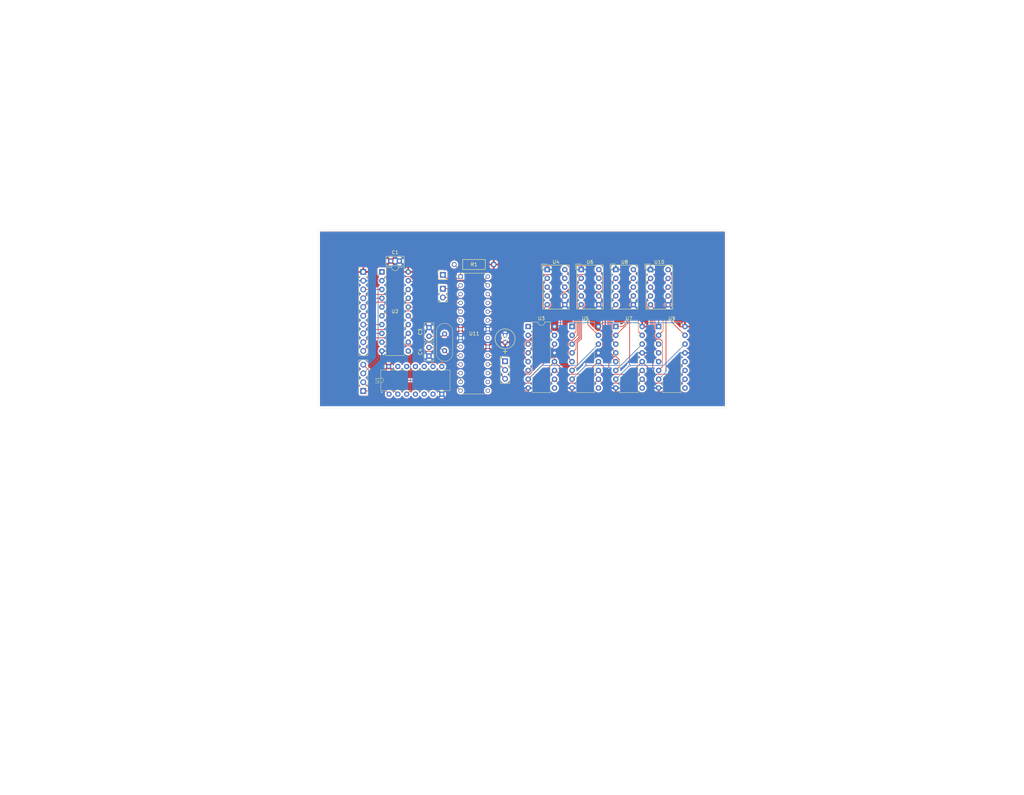
<source format=kicad_pcb>
(kicad_pcb (version 20240108) (generator "pcbnew") (generator_version "8.0")
  (layers (0 "F.Cu" signal) (31 "B.Cu" signal) (34 "B.Paste" user) (35 "F.Paste" user) (36 "B.SilkS" user "B.Silkscreen") (37 "F.SilkS" user "F.Silkscreen") (38 "B.Mask" user) (39 "F.Mask" user) (44 "Edge.Cuts" user))
  (net 0 "")
  (net 1 "GND")
  (net 2 "+5V")
  (net 3 "/MCU/XTAL1")
  (net 4 "/MCU/XTAL2")
  (net 5 "/Bus 1")
  (net 6 "/Bus 4")
  (net 7 "/Bus 7")
  (net 8 "/Bus 2")
  (net 9 "/Bus 6")
  (net 10 "/Bus 5")
  (net 11 "/Bus 0")
  (net 12 "/Bus 3")
  (net 13 "/En")
  (net 14 "/CLK")
  (net 15 "/~{RST}")
  (net 16 "/2's Comp")
  (net 17 "/MCU/SDO")
  (net 18 "/MCU/SDI")
  (net 19 "/MCU/SCK")
  (net 20 "/MCU/Tx")
  (net 21 "/MCU/Rx")
  (net 22 "/MCU/RST")
  (net 24 "Net-(U1-1Y)")
  (net 33 "/D5")
  (net 34 "/D7")
  (net 35 "/D0")
  (net 36 "/D2")
  (net 37 "/D3")
  (net 38 "/D4")
  (net 39 "/D6")
  (net 40 "/D1")
  (net 41 "Net-(U3-QB)")
  (net 42 "Net-(U3-QC)")
  (net 43 "/MCU/SR_CLK")
  (net 44 "Net-(U3-QF)")
  (net 46 "/OutputDisplay/7SegmentShiftRegister/SER_OUT")
  (net 47 "/MCU/Latch")
  (net 48 "Net-(U3-QD)")
  (net 49 "/MCU/~{Display RST}")
  (net 50 "/MCU/SER_IN")
  (net 51 "Net-(U3-QA)")
  (net 52 "Net-(U3-QG)")
  (net 53 "Net-(U3-QE)")
  (net 54 "Net-(U5-QC)")
  (net 55 "Net-(U5-QF)")
  (net 56 "Net-(U5-QD)")
  (net 57 "/OutputDisplay/7SegmentShiftRegister1/SER_OUT")
  (net 58 "Net-(U5-QA)")
  (net 60 "Net-(U5-QG)")
  (net 61 "Net-(U5-QE)")
  (net 62 "Net-(U5-QB)")
  (net 63 "Net-(U7-QA)")
  (net 64 "/OutputDisplay/7SegmentShiftRegister2/SER_OUT")
  (net 65 "Net-(U7-QD)")
  (net 66 "Net-(U7-QG)")
  (net 67 "Net-(U7-QC)")
  (net 68 "Net-(U7-QF)")
  (net 70 "Net-(U7-QB)")
  (net 71 "Net-(U7-QE)")
  (net 73 "Net-(U10-A)")
  (net 74 "Net-(U10-G)")
  (net 75 "Net-(U10-F)")
  (net 76 "Net-(U10-B)")
  (net 77 "Net-(U10-E)")
  (net 78 "Net-(U10-C)")
  (net 79 "Net-(U10-D)")
  (net 80 "/OutputDisplay/7SegmentShiftRegister3/SER_OUT")
  (footprint "_DownloadFootprints:CF_series_Resistors_THT" (layer "F.Cu") (at 127.215 73.5 180)
    (property "Reference" "R1")
    (property "Value" "10k")
  )
  (footprint "Package_DIP:DIP-20_W7.62mm" (layer "F.Cu") (at 94.88 75.64)
    (property "Reference" "U2")
    (property "Value" "74LS273")
  )
  (footprint "Package_DIP:DIP-16_W7.62mm" (layer "F.Cu") (at 137.16 91.44)
    (property "Reference" "U3")
    (property "Value" "74HC595")
  )
  (footprint "Connector_PinHeader_2.54mm:PinHeader_1x01_P2.54mm_Vertical" (layer "F.Cu") (at 112.5 76.5)
    (property "Reference" "J5" (hide yes))
    (property "Value" "Conn_01x01_Pin")
  )
  (footprint "_DownloadFootprints:Cp_2mm_pin_spacing" (layer "F.Cu") (at 130.5 96 90)
    (property "Reference" "C2")
    (property "Value" "0.1uF")
  )
  (footprint "Connector_PinHeader_2.54mm:PinHeader_1x03_P2.54mm_Vertical" (layer "F.Cu") (at 130.5 101.475)
    (property "Reference" "J3" (hide yes))
    (property "Value" "Conn_01x03_Pin")
  )
  (footprint "Connector_PinHeader_2.54mm:PinHeader_1x02_P2.54mm_Vertical" (layer "F.Cu") (at 112.5 80.5)
    (property "Reference" "J4" (hide yes))
    (property "Value" "Conn_01x02_Pin")
  )
  (footprint "_DownloadFootprints:DIP787W46P254L3467H508Q28" (layer "F.Cu") (at 121.563 93.49)
    (property "Reference" "U11")
    (property "Value" "ATMEGA328-PU")
  )
  (footprint "Connector_PinHeader_2.54mm:PinHeader_1x10_P2.54mm_Vertical" (layer "F.Cu") (at 89.5 75.64)
    (property "Reference" "J1" (hide yes))
    (property "Value" "Conn_01x10_Pin")
  )
  (footprint "Display_7Segment:HDSP-7401" (layer "F.Cu") (at 162.5 74.96)
    (property "Reference" "U8")
    (property "Value" "HDSP-7403")
  )
  (footprint "Capacitor_THT:C_Disc_D5.0mm_W2.5mm_P2.50mm" (layer "F.Cu") (at 97.45 72.5)
    (property "Reference" "C1")
    (property "Value" "0.1uF")
  )
  (footprint "Capacitor_THT:C_Disc_D5.0mm_W2.5mm_P2.50mm" (layer "F.Cu") (at 108.5 94.25 90)
    (property "Reference" "C3")
    (property "Value" "22pF")
  )
  (footprint "Display_7Segment:HDSP-7401" (layer "F.Cu") (at 152.5 74.96)
    (property "Reference" "U6")
    (property "Value" "HDSP-7403")
  )
  (footprint "Package_DIP:DIP-16_W7.62mm" (layer "F.Cu") (at 174.88 91.44)
    (property "Reference" "U9")
    (property "Value" "74HC595")
  )
  (footprint "Display_7Segment:HDSP-7401" (layer "F.Cu") (at 172.5325 74.9825)
    (property "Reference" "U10")
    (property "Value" "HDSP-7403")
  )
  (footprint "Display_7Segment:HDSP-7401" (layer "F.Cu") (at 142.67 74.96)
    (property "Reference" "U4")
    (property "Value" "HDSP-7403")
  )
  (footprint "Package_DIP:DIP-16_W7.62mm" (layer "F.Cu") (at 149.86 91.44)
    (property "Reference" "U5")
    (property "Value" "74HC595")
  )
  (footprint "8BitCPUFootprints:4x_and" (layer "F.Cu") (at 104.58 107 90)
    (property "Reference" "U1")
    (property "Value" "~")
  )
  (footprint "8BitCPUFootprints:16MHzCrystalOscillator" (layer "F.Cu") (at 113 96 90)
    (property "Reference" "Y1" (hide yes))
    (property "Value" "16MHz" (hide yes))
  )
  (footprint "Package_DIP:DIP-16_W7.62mm" (layer "F.Cu") (at 162.5 91.44)
    (property "Reference" "U7")
    (property "Value" "74HC595")
  )
  (footprint "Capacitor_THT:C_Disc_D5.0mm_W2.5mm_P2.50mm" (layer "F.Cu") (at 108.5 100 90)
    (property "Reference" "C4")
    (property "Value" "22pF")
  )
  (footprint "Connector_PinHeader_2.54mm:PinHeader_1x04_P2.54mm_Vertical" (layer "F.Cu") (at 89.5 110.08 180)
    (property "Reference" "J2" (hide yes))
    (property "Value" "Conn_01x04_Pin")
  )
  (gr_rect (start 76.5 63.5) (end 194.5 115) (stroke (width 0.05)) (fill none) (layer "Edge.Cuts"))
  (segment (start 170.12 99.06) (end 173.184265 102.124265) (width 0.2) (layer "F.Cu") (net 1))
  (segment (start 173.184265 102.124265) (end 173.184265 103.815735) (width 0.2) (layer "F.Cu") (net 1))
  (segment (start 157.48 99.06) (end 160.5 102.08) (width 0.2) (layer "F.Cu") (net 1))
  (segment (start 160.5 102.08) (end 160.5 103.5) (width 0.2) (layer "F.Cu") (net 1))
  (via (at 173.184265 103.815735) (size 0.6) (drill 0.3) (layers "F.Cu" "B.Cu") (net 1))
  (via (at 160.5 103.5) (size 0.6) (drill 0.3) (layers "F.Cu" "B.Cu") (net 1))
  (segment (start 173.184265 103.815735) (end 173.184265 107.524265) (width 0.2) (layer "B.Cu") (net 1))
  (segment (start 160.5 107.22) (end 162.5 109.22) (width 0.2) (layer "B.Cu") (net 1))
  (segment (start 173.184265 107.524265) (end 174.88 109.22) (width 0.2) (layer "B.Cu") (net 1))
  (segment (start 160.5 103.5) (end 160.5 107.22) (width 0.2) (layer "B.Cu") (net 1))
  (segment (start 171.22 90.34) (end 181.4 90.34) (width 0.2) (layer "B.Cu") (net 2))
  (segment (start 157.56 91.44) (end 158.66 90.34) (width 0.2) (layer "B.Cu") (net 2))
  (segment (start 144.78 91.44) (end 145.88 90.34) (width 0.2) (layer "B.Cu") (net 2))
  (segment (start 157.48 91.44) (end 157.56 91.44) (width 0.2) (layer "B.Cu") (net 2))
  (segment (start 181.4 90.34) (end 182.5 91.44) (width 0.2) (layer "B.Cu") (net 2))
  (segment (start 156.38 90.34) (end 157.48 91.44) (width 0.2) (layer "B.Cu") (net 2))
  (segment (start 170.12 91.44) (end 171.22 90.34) (width 0.2) (layer "B.Cu") (net 2))
  (segment (start 169.02 90.34) (end 170.12 91.44) (width 0.2) (layer "B.Cu") (net 2))
  (segment (start 145.88 90.34) (end 156.38 90.34) (width 0.2) (layer "B.Cu") (net 2))
  (segment (start 158.66 90.34) (end 169.02 90.34) (width 0.2) (layer "B.Cu") (net 2))
  (segment (start 117.626 97.3) (end 116.74 97.3) (width 0.2) (layer "F.Cu") (net 3))
  (segment (start 108.5 94.25) (end 112.31 94.25) (width 0.2) (layer "F.Cu") (net 3))
  (segment (start 112.31 94.25) (end 113 93.56) (width 0.2) (layer "F.Cu") (net 3))
  (segment (start 116.74 97.3) (end 113 93.56) (width 0.2) (layer "F.Cu") (net 3))
  (segment (start 117.626 99.84) (end 114.4 99.84) (width 0.2) (layer "F.Cu") (net 4))
  (segment (start 114.4 99.84) (end 113 98.44) (width 0.2) (layer "F.Cu") (net 4))
  (segment (start 112.56 98.44) (end 111.62 97.5) (width 0.2) (layer "F.Cu") (net 4))
  (segment (start 113 98.44) (end 112.56 98.44) (width 0.2) (layer "F.Cu") (net 4))
  (segment (start 111.62 97.5) (end 108.5 97.5) (width 0.2) (layer "F.Cu") (net 4))
  (segment (start 90.6 82.16) (end 101.06 82.16) (width 0.2) (layer "F.Cu") (net 5))
  (segment (start 89.5 83.26) (end 90.6 82.16) (width 0.2) (layer "F.Cu") (net 5))
  (segment (start 101.06 82.16) (end 102.5 80.72) (width 0.2) (layer "F.Cu") (net 5))
  (segment (start 89.5 90.88) (end 94.88 90.88) (width 0.2) (layer "F.Cu") (net 6))
  (segment (start 89.502183 98.5) (end 93.282183 94.72) (width 0.2) (layer "F.Cu") (net 7))
  (segment (start 101.2 94.72) (end 102.5 93.42) (width 0.2) (layer "F.Cu") (net 7))
  (segment (start 89.5 98.5) (end 89.502183 98.5) (width 0.2) (layer "F.Cu") (net 7))
  (segment (start 93.282183 94.72) (end 101.2 94.72) (width 0.2) (layer "F.Cu") (net 7))
  (segment (start 92.04 83.26) (end 94.88 83.26) (width 0.2) (layer "F.Cu") (net 8))
  (segment (start 89.5 85.8) (end 92.04 83.26) (width 0.2) (layer "F.Cu") (net 8))
  (segment (start 89.76 95.96) (end 92.3 93.42) (width 0.2) (layer "F.Cu") (net 9))
  (segment (start 92.3 93.42) (end 94.88 93.42) (width 0.2) (layer "F.Cu") (net 9))
  (segment (start 89.5 95.96) (end 89.76 95.96) (width 0.2) (layer "F.Cu") (net 9))
  (segment (start 89.5 93.42) (end 90.6 92.32) (width 0.2) (layer "F.Cu") (net 10))
  (segment (start 101.06 92.32) (end 102.5 90.88) (width 0.2) (layer "F.Cu") (net 10))
  (segment (start 90.6 92.32) (end 101.06 92.32) (width 0.2) (layer "F.Cu") (net 10))
  (segment (start 89.5 80.72) (end 94.88 80.72) (width 0.2) (layer "F.Cu") (net 11))
  (segment (start 101.4 84.36) (end 102.5 83.26) (width 0.2) (layer "F.Cu") (net 12))
  (segment (start 89.5 88.34) (end 93.48 84.36) (width 0.2) (layer "F.Cu") (net 12))
  (segment (start 93.48 84.36) (end 101.4 84.36) (width 0.2) (layer "F.Cu") (net 12))
  (segment (start 98.18 109.68) (end 99.5 111) (width 0.2) (layer "F.Cu") (net 13))
  (segment (start 91.64 109.68) (end 98.18 109.68) (width 0.2) (layer "F.Cu") (net 13))
  (segment (start 89.5 107.54) (end 91.64 109.68) (width 0.2) (layer "F.Cu") (net 13))
  (segment (start 89.5 110.08) (end 96.04 110.08) (width 0.2) (layer "F.Cu") (net 14))
  (segment (start 96.04 110.08) (end 96.96 111) (width 0.2) (layer "F.Cu") (net 14))
  (segment (start 93.78 76.74) (end 94.88 75.64) (width 0.2) (layer "B.Cu") (net 15))
  (segment (start 93.78 100.72) (end 93.78 76.74) (width 0.2) (layer "B.Cu") (net 15))
  (segment (start 89.5 105) (end 93.78 100.72) (width 0.2) (layer "B.Cu") (net 15))
  (segment (start 114.626 107) (end 117.626 110) (width 0.2) (layer "F.Cu") (net 16))
  (segment (start 94.04 107) (end 114.626 107) (width 0.2) (layer "F.Cu") (net 16))
  (segment (start 89.5 102.46) (end 94.04 107) (width 0.2) (layer "F.Cu") (net 16))
  (segment (start 128.865 104.92) (end 130.5 106.555) (width 0.2) (layer "F.Cu") (net 17))
  (segment (start 125.5 104.92) (end 128.865 104.92) (width 0.2) (layer "F.Cu") (net 17))
  (segment (start 128.865 102.38) (end 130.5 104.015) (width 0.2) (layer "F.Cu") (net 18))
  (segment (start 125.5 102.38) (end 128.865 102.38) (width 0.2) (layer "F.Cu") (net 18))
  (segment (start 125.5 99.84) (end 128.865 99.84) (width 0.2) (layer "F.Cu") (net 19))
  (segment (start 128.865 99.84) (end 130.5 101.475) (width 0.2) (layer "F.Cu") (net 19))
  (segment (start 112.5 83.04) (end 116.646 83.04) (width 0.2) (layer "F.Cu") (net 20))
  (segment (start 116.646 83.04) (end 117.626 82.06) (width 0.2) (layer "F.Cu") (net 20))
  (segment (start 116.646 80.5) (end 117.626 79.52) (width 0.2) (layer "F.Cu") (net 21))
  (segment (start 112.5 80.5) (end 116.646 80.5) (width 0.2) (layer "F.Cu") (net 21))
  (segment (start 117.626 76.98) (end 117.626 75.341) (width 0.2) (layer "F.Cu") (net 22))
  (segment (start 117.106 77.5) (end 117.626 76.98) (width 0.2) (layer "F.Cu") (net 22))
  (segment (start 117.626 75.341) (end 115.785 73.5) (width 0.2) (layer "F.Cu") (net 22))
  (segment (start 112.5 76.5) (end 113.5 77.5) (width 0.2) (layer "F.Cu") (net 22))
  (segment (start 113.5 77.5) (end 117.106 77.5) (width 0.2) (layer "F.Cu") (net 22))
  (segment (start 103.102 109.938) (end 103.102 99.102) (width 0.2) (layer "B.Cu") (net 24))
  (segment (start 102.04 111) (end 103.102 109.938) (width 0.2) (layer "B.Cu") (net 24))
  (segment (start 103.102 99.102) (end 102.5 98.5) (width 0.2) (layer "B.Cu") (net 24))
  (segment (start 104 96.934314) (end 104 89.84) (width 0.2) (layer "F.Cu") (net 33))
  (segment (start 114.511372 102.38) (end 113.269372 101.138) (width 0.2) (layer "F.Cu") (net 33))
  (segment (start 113.269372 101.138) (end 111.638 101.138) (width 0.2) (layer "F.Cu") (net 33))
  (segment (start 105.665686 98.6) (end 104 96.934314) (width 0.2) (layer "F.Cu") (net 33))
  (segment (start 109.1 98.6) (end 105.665686 98.6) (width 0.2) (layer "F.Cu") (net 33))
  (segment (start 117.626 102.38) (end 114.511372 102.38) (width 0.2) (layer "F.Cu") (net 33))
  (segment (start 104 89.84) (end 102.5 88.34) (width 0.2) (layer "F.Cu") (net 33))
  (segment (start 111.638 101.138) (end 109.1 98.6) (width 0.2) (layer "F.Cu") (net 33))
  (segment (start 113.103686 101.538) (end 116.485686 104.92) (width 0.2) (layer "F.Cu") (net 34))
  (segment (start 102.5 95.96) (end 102.5 96) (width 0.2) (layer "F.Cu") (net 34))
  (segment (start 102.5 96) (end 108.038 101.538) (width 0.2) (layer "F.Cu") (net 34))
  (segment (start 116.485686 104.92) (end 117.626 104.92) (width 0.2) (layer "F.Cu") (net 34))
  (segment (start 108.038 101.538) (end 113.103686 101.538) (width 0.2) (layer "F.Cu") (net 34))
  (segment (start 124.48 78) (end 125.5 76.98) (width 0.2) (layer "F.Cu") (net 35))
  (segment (start 104 78) (end 124.48 78) (width 0.2) (layer "F.Cu") (net 35))
  (segment (start 96.06 77) (end 103 77) (width 0.2) (layer "F.Cu") (net 35))
  (segment (start 94.88 78.18) (end 96.06 77) (width 0.2) (layer "F.Cu") (net 35))
  (segment (start 103 77) (end 104 78) (width 0.2) (layer "F.Cu") (net 35))
  (segment (start 101.725686 84.6) (end 101.565686 84.76) (width 0.2) (layer "F.Cu") (net 36))
  (segment (start 117.626 84.6) (end 101.725686 84.6) (width 0.2) (layer "F.Cu") (net 36))
  (segment (start 95.92 84.76) (end 94.88 85.8) (width 0.2) (layer "F.Cu") (net 36))
  (segment (start 101.565686 84.76) (end 95.92 84.76) (width 0.2) (layer "F.Cu") (net 36))
  (segment (start 102.5 85.8) (end 116.286 85.8) (width 0.2) (layer "F.Cu") (net 37))
  (segment (start 116.286 85.8) (end 117.626 87.14) (width 0.2) (layer "F.Cu") (net 37))
  (segment (start 96.32 86.9) (end 114.846 86.9) (width 0.2) (layer "F.Cu") (net 38))
  (segment (start 94.88 88.34) (end 96.32 86.9) (width 0.2) (layer "F.Cu") (net 38))
  (segment (start 114.846 86.9) (end 117.626 89.68) (width 0.2) (layer "F.Cu") (net 38))
  (segment (start 112.938 101.938) (end 117.626 106.626) (width 0.2) (layer "F.Cu") (net 39))
  (segment (start 102.044365 97.06) (end 102.994314 97.06) (width 0.2) (layer "F.Cu") (net 39))
  (segment (start 102.994314 97.06) (end 107.872314 101.938) (width 0.2) (layer "F.Cu") (net 39))
  (segment (start 100.944365 95.96) (end 102.044365 97.06) (width 0.2) (layer "F.Cu") (net 39))
  (segment (start 117.626 106.626) (end 117.626 107.46) (width 0.2) (layer "F.Cu") (net 39))
  (segment (start 94.88 95.96) (end 100.944365 95.96) (width 0.2) (layer "F.Cu") (net 39))
  (segment (start 107.872314 101.938) (end 112.938 101.938) (width 0.2) (layer "F.Cu") (net 39))
  (segment (start 110.5 78.4) (end 124.38 78.4) (width 0.2) (layer "F.Cu") (net 40))
  (segment (start 124.38 78.4) (end 125.5 79.52) (width 0.2) (layer "F.Cu") (net 40))
  (segment (start 102.5 78.18) (end 102.72 78.4) (width 0.2) (layer "F.Cu") (net 40))
  (segment (start 102.72 78.4) (end 110.5 78.4) (width 0.2) (layer "F.Cu") (net 40))
  (segment (start 141.57 73.86) (end 140.77 74.66) (width 0.2) (layer "F.Cu") (net 41))
  (segment (start 140.77 74.66) (end 140.77 90.90157) (width 0.2) (layer "F.Cu") (net 41))
  (segment (start 140.23157 91.44) (end 137.16 91.44) (width 0.2) (layer "F.Cu") (net 41))
  (segment (start 144.11 73.86) (end 141.57 73.86) (width 0.2) (layer "F.Cu") (net 41))
  (segment (start 140.77 90.90157) (end 140.23157 91.44) (width 0.2) (layer "F.Cu") (net 41))
  (segment (start 147.75 77.5) (end 144.11 73.86) (width 0.2) (layer "F.Cu") (net 41))
  (segment (start 138.257256 93.98) (end 137.16 93.98) (width 0.2) (layer "F.Cu") (net 42))
  (segment (start 144.11 76.4) (end 142.1 76.4) (width 0.2) (layer "F.Cu") (net 42))
  (segment (start 141.17 91.067256) (end 138.257256 93.98) (width 0.2) (layer "F.Cu") (net 42))
  (segment (start 142.1 76.4) (end 141.17 77.33) (width 0.2) (layer "F.Cu") (net 42))
  (segment (start 147.75 80.04) (end 144.11 76.4) (width 0.2) (layer "F.Cu") (net 42))
  (segment (start 141.17 77.33) (end 141.17 91.067256) (width 0.2) (layer "F.Cu") (net 42))
  (segment (start 166.48 107.78) (end 170.12 104.14) (width 0.2) (layer "F.Cu") (net 43))
  (segment (start 134.86 92.551372) (end 129.448628 87.14) (width 0.2) (layer "F.Cu") (net 43))
  (segment (start 134.86 108.475635) (end 134.86 92.551372) (width 0.2) (layer "F.Cu") (net 43))
  (segment (start 170.12 104.14) (end 173.76 107.78) (width 0.2) (layer "F.Cu") (net 43))
  (segment (start 129.448628 87.14) (end 125.5 87.14) (width 0.2) (layer "F.Cu") (net 43))
  (segment (start 144.78 104.14) (end 145.14 104.14) (width 0.2) (layer "F.Cu") (net 43))
  (segment (start 136.884365 110.5) (end 134.86 108.475635) (width 0.2) (layer "F.Cu") (net 43))
  (segment (start 157.48 104.14) (end 161.12 107.78) (width 0.2) (layer "F.Cu") (net 43))
  (segment (start 144.78 104.14) (end 138.42 110.5) (width 0.2) (layer "F.Cu") (net 43))
  (segment (start 145.14 104.14) (end 148.78 107.78) (width 0.2) (layer "F.Cu") (net 43))
  (segment (start 153.84 107.78) (end 157.48 104.14) (width 0.2) (layer "F.Cu") (net 43))
  (segment (start 178.86 107.78) (end 182.5 104.14) (width 0.2) (layer "F.Cu") (net 43))
  (segment (start 173.76 107.78) (end 178.86 107.78) (width 0.2) (layer "F.Cu") (net 43))
  (segment (start 148.78 107.78) (end 153.84 107.78) (width 0.2) (layer "F.Cu") (net 43))
  (segment (start 138.42 110.5) (end 136.884365 110.5) (width 0.2) (layer "F.Cu") (net 43))
  (segment (start 161.12 107.78) (end 166.48 107.78) (width 0.2) (layer "F.Cu") (net 43))
  (segment (start 141.57 78.6) (end 141.57 91.232942) (width 0.2) (layer "F.Cu") (net 44))
  (segment (start 141.57 91.232942) (end 137.382942 95.42) (width 0.2) (layer "F.Cu") (net 44))
  (segment (start 136.06 100.5) (end 137.16 101.6) (width 0.2) (layer "F.Cu") (net 44))
  (segment (start 136.06 96.064365) (end 136.06 100.5) (width 0.2) (layer "F.Cu") (net 44))
  (segment (start 136.704365 95.42) (end 136.06 96.064365) (width 0.2) (layer "F.Cu") (net 44))
  (segment (start 137.382942 95.42) (end 136.704365 95.42) (width 0.2) (layer "F.Cu") (net 44))
  (segment (start 142.67 77.5) (end 141.57 78.6) (width 0.2) (layer "F.Cu") (net 44))
  (segment (start 137.16 106.68) (end 143.34 100.5) (width 0.2) (layer "F.Cu") (net 46))
  (segment (start 146.5 98.895635) (end 146.5 83.83) (width 0.2) (layer "F.Cu") (net 46))
  (segment (start 144.895635 100.5) (end 146.5 98.895635) (width 0.2) (layer "F.Cu") (net 46))
  (segment (start 146.5 83.83) (end 147.75 82.58) (width 0.2) (layer "F.Cu") (net 46))
  (segment (start 143.34 100.5) (end 144.895635 100.5) (width 0.2) (layer "F.Cu") (net 46))
  (segment (start 137.16 106.68) (end 141.14 102.7) (width 0.2) (layer "B.Cu") (net 46))
  (segment (start 151.3 102.7) (end 151.75 102.25) (width 0.2) (layer "B.Cu") (net 46))
  (segment (start 141.14 102.7) (end 151.3 102.7) (width 0.2) (layer "B.Cu") (net 46))
  (segment (start 157.48 96.52) (end 151.75 102.25) (width 0.2) (layer "B.Cu") (net 46))
  (segment (start 178.86 105.24) (end 182.5 101.6) (width 0.2) (layer "F.Cu") (net 47))
  (segment (start 127.474314 84.6) (end 125.5 84.6) (width 0.2) (layer "F.Cu") (net 47))
  (segment (start 138.6 107.78) (end 136.28 107.78) (width 0.2) (layer "F.Cu") (net 47))
  (segment (start 173.76 105.24) (end 178.86 105.24) (width 0.2) (layer "F.Cu") (net 47))
  (segment (start 161.12 105.24) (end 166.48 105.24) (width 0.2) (layer "F.Cu") (net 47))
  (segment (start 170.12 101.6) (end 173.76 105.24) (width 0.2) (layer "F.Cu") (net 47))
  (segment (start 148.42 105.24) (end 153.76 105.24) (width 0.2) (layer "F.Cu") (net 47))
  (segment (start 136.28 107.78) (end 135.26 106.76) (width 0.2) (layer "F.Cu") (net 47))
  (segment (start 135.26 106.76) (end 135.26 92.385686) (width 0.2) (layer "F.Cu") (net 47))
  (segment (start 157.48 101.6) (end 161.12 105.24) (width 0.2) (layer "F.Cu") (net 47))
  (segment (start 153.76 105.24) (end 157.4 101.6) (width 0.2) (layer "F.Cu") (net 47))
  (segment (start 157.4 101.6) (end 157.48 101.6) (width 0.2) (layer "F.Cu") (net 47))
  (segment (start 144.78 101.6) (end 148.42 105.24) (width 0.2) (layer "F.Cu") (net 47))
  (segment (start 135.26 92.385686) (end 127.474314 84.6) (width 0.2) (layer "F.Cu") (net 47))
  (segment (start 144.78 101.6) (end 138.6 107.78) (width 0.2) (layer "F.Cu") (net 47))
  (segment (start 166.48 105.24) (end 170.12 101.6) (width 0.2) (layer "F.Cu") (net 47))
  (segment (start 137.16 96.208628) (end 137.16 96.52) (width 0.2) (layer "F.Cu") (net 48))
  (segment (start 141.97 91.398628) (end 137.16 96.208628) (width 0.2) (layer "F.Cu") (net 48))
  (segment (start 141.97 85.82) (end 141.97 91.398628) (width 0.2) (layer "F.Cu") (net 48))
  (segment (start 142.67 85.12) (end 141.97 85.82) (width 0.2) (layer "F.Cu") (net 48))
  (segment (start 157.48 106.68) (end 161.12 110.32) (width 0.2) (layer "F.Cu") (net 49))
  (segment (start 178.86 110.32) (end 182.5 106.68) (width 0.2) (layer "F.Cu") (net 49))
  (segment (start 131.422942 89.68) (end 125.5 89.68) (width 0.2) (layer "F.Cu") (net 49))
  (segment (start 134.46 108.641321) (end 134.46 92.717058) (width 0.2) (layer "F.Cu") (net 49))
  (segment (start 136.818679 111) (end 134.46 108.641321) (width 0.2) (layer "F.Cu") (net 49))
  (segment (start 173.76 110.32) (end 178.86 110.32) (width 0.2) (layer "F.Cu") (net 49))
  (segment (start 134.46 92.717058) (end 131.422942 89.68) (width 0.2) (layer "F.Cu") (net 49))
  (segment (start 148.42 110.32) (end 153.84 110.32) (width 0.2) (layer "F.Cu") (net 49))
  (segment (start 170.12 106.68) (end 173.76 110.32) (width 0.2) (layer "F.Cu") (net 49))
  (segment (start 161.12 110.32) (end 166.48 110.32) (width 0.2) (layer "F.Cu") (net 49))
  (segment (start 144.78 106.68) (end 140.46 111) (width 0.2) (layer "F.Cu") (net 49))
  (segment (start 153.84 110.32) (end 157.48 106.68) (width 0.2) (layer "F.Cu") (net 49))
  (segment (start 166.48 110.32) (end 170.12 106.68) (width 0.2) (layer "F.Cu") (net 49))
  (segment (start 144.78 106.68) (end 148.42 110.32) (width 0.2) (layer "F.Cu") (net 49))
  (segment (start 140.46 111) (end 136.818679 111) (width 0.2) (layer "F.Cu") (net 49))
  (segment (start 138.26 103.605685) (end 138.26 104.595635) (width 0.2) (layer "F.Cu") (net 50))
  (segment (start 135.66 104.195635) (end 135.66 92.22) (width 0.2) (layer "F.Cu") (net 50))
  (segment (start 137.615635 105.24) (end 136.704365 105.24) (width 0.2) (layer "F.Cu") (net 50))
  (segment (start 135.66 92.22) (end 125.5 82.06) (width 0.2) (layer "F.Cu") (net 50))
  (segment (start 144.78 96.52) (end 144.78 97.085685) (width 0.2) (layer "F.Cu") (net 50))
  (segment (start 136.704365 105.24) (end 135.66 104.195635) (width 0.2) (layer "F.Cu") (net 50))
  (segment (start 144.78 97.085685) (end 138.26 103.605685) (width 0.2) (layer "F.Cu") (net 50))
  (segment (start 138.26 104.595635) (end 137.615635 105.24) (width 0.2) (layer "F.Cu") (net 50))
  (segment (start 147.294365 81.48) (end 144.57 84.204365) (width 0.2) (layer "F.Cu") (net 51))
  (segment (start 144.57 84.204365) (end 144.57 85.907007) (width 0.2) (layer "F.Cu") (net 51))
  (segment (start 149 76.21) (end 149 80.48) (width 0.2) (layer "F.Cu") (net 51))
  (segment (start 144.57 85.907007) (end 143.17 87.307007) (width 0.2) (layer "F.Cu") (net 51))
  (segment (start 149 80.48) (end 148 81.48) (width 0.2) (layer "F.Cu") (net 51))
  (segment (start 148 81.48) (end 147.294365 81.48) (width 0.2) (layer "F.Cu") (net 51))
  (segment (start 143.17 92.37) (end 144.78 93.98) (width 0.2) (layer "F.Cu") (net 51))
  (segment (start 147.75 74.96) (end 149 76.21) (width 0.2) (layer "F.Cu") (net 51))
  (segment (start 143.17 87.307007) (end 143.17 92.37) (width 0.2) (layer "F.Cu") (net 51))
  (segment (start 142.77 91.73) (end 138.66 95.84) (width 0.2) (layer "F.Cu") (net 52))
  (segment (start 142.67 80.04) (end 144.17 81.54) (width 0.2) (layer "F.Cu") (net 52))
  (segment (start 144.17 85.741321) (end 142.77 87.141321) (width 0.2) (layer "F.Cu") (net 52))
  (segment (start 144.17 81.54) (end 144.17 85.741321) (width 0.2) (layer "F.Cu") (net 52))
  (segment (start 138.66 95.84) (end 138.66 102.64) (width 0.2) (layer "F.Cu") (net 52))
  (segment (start 138.66 102.64) (end 137.16 104.14) (width 0.2) (layer "F.Cu") (net 52))
  (segment (start 142.77 87.141321) (end 142.77 91.73) (width 0.2) (layer "F.Cu") (net 52))
  (segment (start 142.37 91.564314) (end 138.26 95.674314) (width 0.2) (layer "F.Cu") (net 53))
  (segment (start 143.77 83.68) (end 143.77 85.575635) (width 0.2) (layer "F.Cu") (net 53))
  (segment (start 143.77 85.575635) (end 142.37 86.975635) (width 0.2) (layer "F.Cu") (net 53))
  (segment (start 142.37 86.975635) (end 142.37 91.564314) (width 0.2) (layer "F.Cu") (net 53))
  (segment (start 138.26 97.96) (end 137.16 99.06) (width 0.2) (layer "F.Cu") (net 53))
  (segment (start 142.67 82.58) (end 143.77 83.68) (width 0.2) (layer "F.Cu") (net 53))
  (segment (start 138.26 95.674314) (end 138.26 97.96) (width 0.2) (layer "F.Cu") (net 53))
  (segment (start 149.86 93.98) (end 151 92.84) (width 0.2) (layer "F.Cu") (net 54))
  (segment (start 151 92.84) (end 151 77.444365) (width 0.2) (layer "F.Cu") (net 54))
  (segment (start 153.94 76.4) (end 157.58 80.04) (width 0.2) (layer "F.Cu") (net 54))
  (segment (start 151 77.444365) (end 152.044365 76.4) (width 0.2) (layer "F.Cu") (net 54))
  (segment (start 152.044365 76.4) (end 153.94 76.4) (width 0.2) (layer "F.Cu") (net 54))
  (segment (start 151.4 94.02) (end 151.4 78.6) (width 0.2) (layer "F.Cu") (net 55))
  (segment (start 148.76 95.82) (end 149.16 95.42) (width 0.2) (layer "F.Cu") (net 55))
  (segment (start 151.4 78.6) (end 152.5 77.5) (width 0.2) (layer "F.Cu") (net 55))
  (segment (start 150 95.42) (end 151.4 94.02) (width 0.2) (layer "F.Cu") (net 55))
  (segment (start 149.16 95.42) (end 150 95.42) (width 0.2) (layer "F.Cu") (net 55))
  (segment (start 149.86 101.6) (end 148.76 100.5) (width 0.2) (layer "F.Cu") (net 55))
  (segment (start 148.76 100.5) (end 148.76 95.82) (width 0.2) (layer "F.Cu") (net 55))
  (segment (start 149.86 96.52) (end 151.8 94.58) (width 0.2) (layer "F.Cu") (net 56))
  (segment (start 151.8 94.58) (end 151.8 85.82) (width 0.2) (layer "F.Cu") (net 56))
  (segment (start 151.8 85.82) (end 152.5 85.12) (width 0.2) (layer "F.Cu") (net 56))
  (segment (start 157.58 82.58) (end 158.68 83.68) (width 0.2) (layer "F.Cu") (net 57))
  (segment (start 157.935635 97.96) (end 157.024365 97.96) (width 0.2) (layer "F.Cu") (net 57))
  (segment (start 158.68 83.68) (end 158.68 97.215635) (width 0.2) (layer "F.Cu") (net 57))
  (segment (start 158.68 97.215635) (end 157.935635 97.96) (width 0.2) (layer "F.Cu") (net 57))
  (segment (start 153.84 101.144365) (end 153.84 102.7) (width 0.2) (layer "F.Cu") (net 57))
  (segment (start 157.024365 97.96) (end 153.84 101.144365) (width 0.2) (layer "F.Cu") (net 57))
  (via (at 153.84 102.7) (size 0.6) (drill 0.3) (layers "F.Cu" "B.Cu") (net 57))
  (segment (start 153.84 102.7) (end 163.94 102.7) (width 0.2) (layer "B.Cu") (net 57))
  (segment (start 163.94 102.7) (end 170.12 96.52) (width 0.2) (layer "B.Cu") (net 57))
  (segment (start 149.86 106.68) (end 153.84 102.7) (width 0.2) (layer "B.Cu") (net 57))
  (segment (start 154.4 90.9) (end 157.48 93.98) (width 0.2) (layer "F.Cu") (net 58))
  (segment (start 154.4 84) (end 154.4 90.9) (width 0.2) (layer "F.Cu") (net 58))
  (segment (start 158.68 80.82) (end 158.02 81.48) (width 0.2) (layer "F.Cu") (net 58))
  (segment (start 157.58 74.96) (end 158.68 76.06) (width 0.2) (layer "F.Cu") (net 58))
  (segment (start 156.92 81.48) (end 154.4 84) (width 0.2) (layer "F.Cu") (net 58))
  (segment (start 158.02 81.48) (end 156.92 81.48) (width 0.2) (layer "F.Cu") (net 58))
  (segment (start 158.68 76.06) (end 158.68 80.82) (width 0.2) (layer "F.Cu") (net 58))
  (segment (start 152.6 87.141321) (end 154 85.741321) (width 0.2) (layer "F.Cu") (net 60))
  (segment (start 149.86 104.14) (end 151.4 102.6) (width 0.2) (layer "F.Cu") (net 60))
  (segment (start 152.6 94.911372) (end 152.6 87.141321) (width 0.2) (layer "F.Cu") (net 60))
  (segment (start 151.4 102.6) (end 151.4 96.111372) (width 0.2) (layer "F.Cu") (net 60))
  (segment (start 154 81.54) (end 152.5 80.04) (width 0.2) (layer "F.Cu") (net 60))
  (segment (start 154 85.741321) (end 154 81.54) (width 0.2) (layer "F.Cu") (net 60))
  (segment (start 151.4 96.111372) (end 152.6 94.911372) (width 0.2) (layer "F.Cu") (net 60))
  (segment (start 153.6 83.68) (end 152.5 82.58) (width 0.2) (layer "F.Cu") (net 61))
  (segment (start 151 97.92) (end 151 95.945686) (width 0.2) (layer "F.Cu") (net 61))
  (segment (start 152.2 86.975635) (end 153.6 85.575635) (width 0.2) (layer "F.Cu") (net 61))
  (segment (start 151 95.945686) (end 152.2 94.745686) (width 0.2) (layer "F.Cu") (net 61))
  (segment (start 153.6 85.575635) (end 153.6 83.68) (width 0.2) (layer "F.Cu") (net 61))
  (segment (start 149.86 99.06) (end 151 97.92) (width 0.2) (layer "F.Cu") (net 61))
  (segment (start 152.2 94.745686) (end 152.2 86.975635) (width 0.2) (layer "F.Cu") (net 61))
  (segment (start 150.6 90.7) (end 150.6 74.66) (width 0.2) (layer "F.Cu") (net 62))
  (segment (start 153.94 73.86) (end 157.58 77.5) (width 0.2) (layer "F.Cu") (net 62))
  (segment (start 149.86 91.44) (end 150.6 90.7) (width 0.2) (layer "F.Cu") (net 62))
  (segment (start 151.4 73.86) (end 153.94 73.86) (width 0.2) (layer "F.Cu") (net 62))
  (segment (start 150.6 74.66) (end 151.4 73.86) (width 0.2) (layer "F.Cu") (net 62))
  (segment (start 167.58 74.96) (end 169 76.38) (width 0.2) (layer "F.Cu") (net 63))
  (segment (start 169 92.86) (end 170.12 93.98) (width 0.2) (layer "F.Cu") (net 63))
  (segment (start 169 76.38) (end 169 92.86) (width 0.2) (layer "F.Cu") (net 63))
  (segment (start 167.58 82.58) (end 166.48 83.68) (width 0.2) (layer "F.Cu") (net 64))
  (segment (start 166.48 83.68) (end 166.48 102.7) (width 0.2) (layer "F.Cu") (net 64))
  (via (at 166.48 102.7) (size 0.6) (drill 0.3) (layers "F.Cu" "B.Cu") (net 64))
  (segment (start 162.5 106.68) (end 166.48 102.7) (width 0.2) (layer "B.Cu") (net 64))
  (segment (start 166.48 102.7) (end 176.32 102.7) (width 0.2) (layer "B.Cu") (net 64))
  (segment (start 176.32 102.7) (end 182.5 96.52) (width 0.2) (layer "B.Cu") (net 64))
  (segment (start 162.5 96.52) (end 161.4 95.42) (width 0.2) (layer "F.Cu") (net 65))
  (segment (start 161.4 86.22) (end 162.5 85.12) (width 0.2) (layer "F.Cu") (net 65))
  (segment (start 161.4 95.42) (end 161.4 86.22) (width 0.2) (layer "F.Cu") (net 65))
  (segment (start 160.6 81.94) (end 162.5 80.04) (width 0.2) (layer "F.Cu") (net 66))
  (segment (start 162.66 100.16) (end 162.044365 100.16) (width 0.2) (layer "F.Cu") (net 66))
  (segment (start 162.5 104.14) (end 163.6 103.04) (width 0.2) (layer "F.Cu") (net 66))
  (segment (start 163.6 103.04) (end 163.6 101.1) (width 0.2) (layer "F.Cu") (net 66))
  (segment (start 163.6 101.1) (end 162.66 100.16) (width 0.2) (layer "F.Cu") (net 66))
  (segment (start 162.044365 100.16) (end 160.6 98.715635) (width 0.2) (layer "F.Cu") (net 66))
  (segment (start 160.6 98.715635) (end 160.6 81.94) (width 0.2) (layer "F.Cu") (net 66))
  (segment (start 166.08 81.54) (end 167.58 80.04) (width 0.2) (layer "F.Cu") (net 67))
  (segment (start 162.5 93.98) (end 166.08 90.4) (width 0.2) (layer "F.Cu") (net 67))
  (segment (start 166.08 90.4) (end 166.08 81.54) (width 0.2) (layer "F.Cu") (net 67))
  (segment (start 162.5 101.6) (end 160.2 99.3) (width 0.2) (layer "F.Cu") (net 68))
  (segment (start 160.2 99.3) (end 160.2 79.8) (width 0.2) (layer "F.Cu") (net 68))
  (segment (start 160.2 79.8) (end 162.5 77.5) (width 0.2) (layer "F.Cu") (net 68))
  (segment (start 164.474314 91.44) (end 165.68 90.234314) (width 0.2) (layer "F.Cu") (net 70))
  (segment (start 165.68 90.234314) (end 165.68 79.4) (width 0.2) (layer "F.Cu") (net 70))
  (segment (start 165.68 79.4) (end 167.58 77.5) (width 0.2) (layer "F.Cu") (net 70))
  (segment (start 162.5 91.44) (end 164.474314 91.44) (width 0.2) (layer "F.Cu") (net 70))
  (segment (start 161 84.08) (end 162.5 82.58) (width 0.2) (layer "F.Cu") (net 71))
  (segment (start 161 97.56) (end 161 84.08) (width 0.2) (layer "F.Cu") (net 71))
  (segment (start 162.5 99.06) (end 161 97.56) (width 0.2) (layer "F.Cu") (net 71))
  (segment (start 178.7125 90.1925) (end 182.5 93.98) (width 0.2) (layer "F.Cu") (net 73))
  (segment (start 177.6125 74.9825) (end 178.7125 76.0825) (width 0.2) (layer "F.Cu") (net 73))
  (segment (start 178.7125 76.0825) (end 178.7125 90.1925) (width 0.2) (layer "F.Cu") (net 73))
  (segment (start 175.98 103.04) (end 175.98 95.724365) (width 0.2) (layer "F.Cu") (net 74))
  (segment (start 173.9 84.720051) (end 173.9 81.43) (width 0.2) (layer "F.Cu") (net 74))
  (segment (start 175.335635 95.08) (end 174.424365 95.08) (width 0.2) (layer "F.Cu") (net 74))
  (segment (start 173.78 84.84005) (end 173.9 84.720051) (width 0.2) (layer "F.Cu") (net 74))
  (segment (start 175.98 95.724365) (end 175.335635 95.08) (width 0.2) (layer "F.Cu") (net 74))
  (segment (start 173.9 81.43) (end 172.5325 80.0625) (width 0.2) (layer "F.Cu") (net 74))
  (segment (start 173.78 94.435635) (end 173.78 84.84005) (width 0.2) (layer "F.Cu") (net 74))
  (segment (start 174.424365 95.08) (end 173.78 94.435635) (width 0.2) (layer "F.Cu") (net 74))
  (segment (start 174.88 104.14) (end 175.98 103.04) (width 0.2) (layer "F.Cu") (net 74))
  (segment (start 171.0325 85.763821) (end 171.0325 79.0225) (width 0.2) (layer "F.Cu") (net 75))
  (segment (start 171.0325 79.0225) (end 172.5325 77.5225) (width 0.2) (layer "F.Cu") (net 75))
  (segment (start 174.88 101.6) (end 172.5 99.22) (width 0.2) (layer "F.Cu") (net 75))
  (segment (start 172.5 87.231321) (end 171.0325 85.763821) (width 0.2) (layer "F.Cu") (net 75))
  (segment (start 172.5 99.22) (end 172.5 87.231321) (width 0.2) (layer "F.Cu") (net 75))
  (segment (start 174.88 80.255) (end 177.6125 77.5225) (width 0.2) (layer "F.Cu") (net 76))
  (segment (start 174.88 91.44) (end 174.88 80.255) (width 0.2) (layer "F.Cu") (net 76))
  (segment (start 172.9 97.08) (end 172.9 87.065635) (width 0.2) (layer "F.Cu") (net 77))
  (segment (start 172.9 87.065635) (end 171.4325 85.598135) (width 0.2) (layer "F.Cu") (net 77))
  (segment (start 171.4325 83.7025) (end 172.5325 82.6025) (width 0.2) (layer "F.Cu") (net 77))
  (segment (start 174.88 99.06) (end 172.9 97.08) (width 0.2) (layer "F.Cu") (net 77))
  (segment (start 171.4325 85.598135) (end 171.4325 83.7025) (width 0.2) (layer "F.Cu") (net 77))
  (segment (start 176.1125 81.5625) (end 177.6125 80.0625) (width 0.2) (layer "F.Cu") (net 78))
  (segment (start 176.1125 92.7475) (end 176.1125 81.5625) (width 0.2) (layer "F.Cu") (net 78))
  (segment (start 174.88 93.98) (end 176.1125 92.7475) (width 0.2) (layer "F.Cu") (net 78))
  (segment (start 174.88 96.52) (end 173.3 94.94) (width 0.2) (layer "F.Cu") (net 79))
  (segment (start 173.3 94.94) (end 173.3 85.91) (width 0.2) (layer "F.Cu") (net 79))
  (segment (start 173.3 85.91) (end 172.5325 85.1425) (width 0.2) (layer "F.Cu") (net 79))
  (segment (start 177 86.085635) (end 177 104) (width 0.2) (layer "F.Cu") (net 80))
  (segment (start 177.6125 82.6025) (end 176.5125 83.7025) (width 0.2) (layer "F.Cu") (net 80))
  (segment (start 176.5125 83.7025) (end 176.5125 85.598135) (width 0.2) (layer "F.Cu") (net 80))
  (segment (start 176.5125 85.598135) (end 177 86.085635) (width 0.2) (layer "F.Cu") (net 80))
  (via (at 177 104) (size 0.6) (drill 0.3) (layers "F.Cu" "B.Cu") (net 80))
  (segment (start 177 104.56) (end 174.88 106.68) (width 0.2) (layer "B.Cu") (net 80))
  (segment (start 177 104) (end 177 104.56) (width 0.2) (layer "B.Cu") (net 80))
  (zone (net 2) (net_name "+5V") (layer "F.Cu") (connect_pads (clearance 0.5)) (min_thickness 0.25) (fill yes (thermal_gap 0.5) (thermal_bridge_width 0.5))
    (polygon (pts (xy 28.5 18) (xy 254.5 22) (xy 261.5 212.5) (xy -15 211)))
  )
  (zone (net 1) (net_name "GND") (layer "B.Cu") (priority 1) (connect_pads (clearance 0.5)) (min_thickness 0.25) (fill yes (thermal_gap 0.5) (thermal_bridge_width 0.5))
    (polygon (pts (xy 3 1.5) (xy 280.5 -3) (xy 278 227) (xy -15.5 224)))
  )
)
</source>
